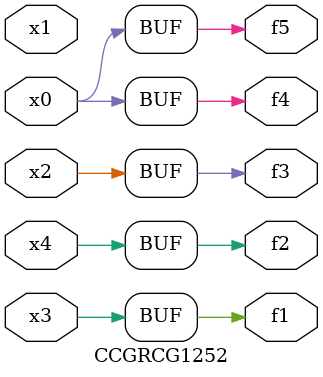
<source format=v>
module CCGRCG1252(
	input x0, x1, x2, x3, x4,
	output f1, f2, f3, f4, f5
);
	assign f1 = x3;
	assign f2 = x4;
	assign f3 = x2;
	assign f4 = x0;
	assign f5 = x0;
endmodule

</source>
